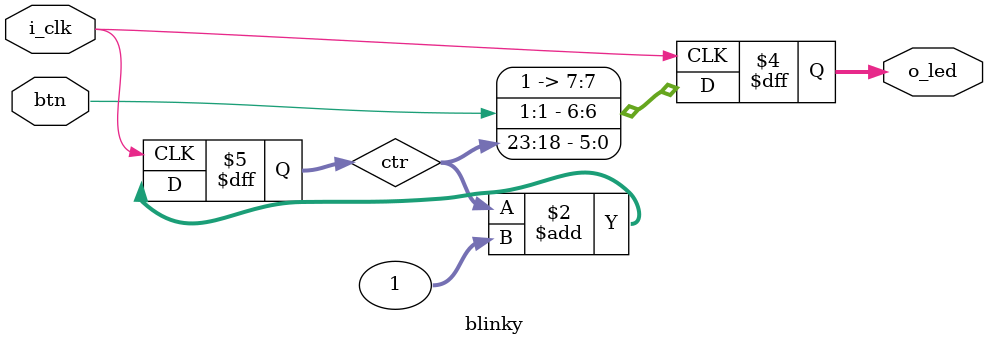
<source format=v>
module blinky(input i_clk, input [6:0] btn, output [7:0] o_led);
/* verilator lint_on UNUSED */
    wire i_clk;
    wire [6:0] btn;
    wire [7:0] o_led;

    localparam ctr_width = 32;
    reg [ctr_width-1:0] ctr = 0;

    always @(posedge i_clk) begin
               ctr <= ctr + 1;
          o_led[7] <= 1;
          o_led[6] <= btn[1];
        o_led[5:0] <= ctr[23:18];
    end

endmodule

</source>
